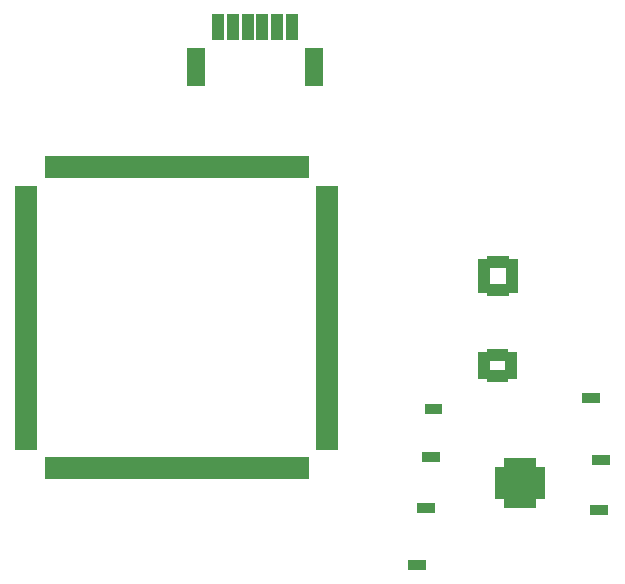
<source format=gtp>
G04*
G04 #@! TF.GenerationSoftware,Altium Limited,Altium Designer,24.0.1 (36)*
G04*
G04 Layer_Color=8421504*
%FSLAX25Y25*%
%MOIN*%
G70*
G04*
G04 #@! TF.SameCoordinates,25D60E08-F93C-496E-8ADE-9084BC3AF729*
G04*
G04*
G04 #@! TF.FilePolarity,Positive*
G04*
G01*
G75*
%ADD15R,0.04362X0.03181*%
%ADD16R,0.03181X0.04362*%
%ADD17R,0.04953X0.02787*%
%ADD18R,0.02787X0.04953*%
%ADD19R,0.08260X0.08890*%
%ADD20R,0.03811X0.03654*%
%ADD21R,0.07709X0.03181*%
%ADD22R,0.03181X0.07709*%
%ADD23R,0.04362X0.08693*%
%ADD24R,0.05937X0.13024*%
D15*
X321578Y134502D02*
D03*
Y132534D02*
D03*
Y130565D02*
D03*
Y128597D02*
D03*
X330633D02*
D03*
Y130565D02*
D03*
Y132534D02*
D03*
Y134502D02*
D03*
X321576Y165424D02*
D03*
Y163455D02*
D03*
Y161487D02*
D03*
Y159518D02*
D03*
Y157550D02*
D03*
X331025D02*
D03*
Y159518D02*
D03*
Y161487D02*
D03*
Y163455D02*
D03*
Y165424D02*
D03*
D16*
X324137Y128006D02*
D03*
X326105D02*
D03*
X328074D02*
D03*
Y135093D02*
D03*
X326105D02*
D03*
X324137D02*
D03*
X324332Y156762D02*
D03*
X326301D02*
D03*
X328269D02*
D03*
Y166211D02*
D03*
X326301D02*
D03*
X324332D02*
D03*
D17*
X327695Y96337D02*
D03*
Y94762D02*
D03*
Y93187D02*
D03*
Y91613D02*
D03*
Y90038D02*
D03*
Y88463D02*
D03*
X339506D02*
D03*
Y90038D02*
D03*
Y91613D02*
D03*
Y93187D02*
D03*
Y94762D02*
D03*
Y96337D02*
D03*
D18*
X329663Y86494D02*
D03*
X331238D02*
D03*
X332813D02*
D03*
X334387D02*
D03*
X335962D02*
D03*
X337537D02*
D03*
Y98305D02*
D03*
X335962D02*
D03*
X334387D02*
D03*
X332813D02*
D03*
X331238D02*
D03*
X329663D02*
D03*
D19*
X333600Y92400D02*
D03*
D20*
X358649Y83428D02*
D03*
X361248D02*
D03*
X302602Y101000D02*
D03*
X305200D02*
D03*
X303501Y116998D02*
D03*
X306099D02*
D03*
X355901Y120800D02*
D03*
X358499D02*
D03*
X298107Y65227D02*
D03*
X300706D02*
D03*
X300902Y84018D02*
D03*
X303501D02*
D03*
X359202Y100100D02*
D03*
X361800D02*
D03*
D21*
X169104Y189833D02*
D03*
Y187865D02*
D03*
Y185896D02*
D03*
Y183928D02*
D03*
Y181959D02*
D03*
Y179991D02*
D03*
Y178022D02*
D03*
Y176054D02*
D03*
Y174085D02*
D03*
Y172116D02*
D03*
Y170148D02*
D03*
Y168180D02*
D03*
Y166211D02*
D03*
Y164242D02*
D03*
Y162274D02*
D03*
Y160306D02*
D03*
Y158337D02*
D03*
Y156369D02*
D03*
Y154400D02*
D03*
Y152431D02*
D03*
Y150463D02*
D03*
Y148495D02*
D03*
Y146526D02*
D03*
Y144557D02*
D03*
Y142589D02*
D03*
Y140621D02*
D03*
Y138652D02*
D03*
Y136683D02*
D03*
Y134715D02*
D03*
Y132747D02*
D03*
Y130778D02*
D03*
Y128809D02*
D03*
Y126841D02*
D03*
Y124872D02*
D03*
Y122904D02*
D03*
Y120935D02*
D03*
Y118967D02*
D03*
Y116998D02*
D03*
Y115030D02*
D03*
Y113061D02*
D03*
Y111093D02*
D03*
Y109124D02*
D03*
Y107156D02*
D03*
Y105187D02*
D03*
X269301D02*
D03*
Y107156D02*
D03*
Y109124D02*
D03*
Y111093D02*
D03*
Y113061D02*
D03*
Y115030D02*
D03*
Y116998D02*
D03*
Y118967D02*
D03*
Y120935D02*
D03*
Y122904D02*
D03*
Y124872D02*
D03*
Y126841D02*
D03*
Y128809D02*
D03*
Y130778D02*
D03*
Y132747D02*
D03*
Y134715D02*
D03*
Y136683D02*
D03*
Y138652D02*
D03*
Y140621D02*
D03*
Y142589D02*
D03*
Y144557D02*
D03*
Y146526D02*
D03*
Y148495D02*
D03*
Y150463D02*
D03*
Y152431D02*
D03*
Y154400D02*
D03*
Y156369D02*
D03*
Y158337D02*
D03*
Y160306D02*
D03*
Y162274D02*
D03*
Y164242D02*
D03*
Y166211D02*
D03*
Y168180D02*
D03*
Y170148D02*
D03*
Y172116D02*
D03*
Y174085D02*
D03*
Y176054D02*
D03*
Y178022D02*
D03*
Y179991D02*
D03*
Y181959D02*
D03*
Y183928D02*
D03*
Y185896D02*
D03*
Y187865D02*
D03*
Y189833D02*
D03*
D22*
X176880Y97412D02*
D03*
X178848D02*
D03*
X180816D02*
D03*
X182785D02*
D03*
X184754D02*
D03*
X186722D02*
D03*
X188691D02*
D03*
X190659D02*
D03*
X192628D02*
D03*
X194596D02*
D03*
X196565D02*
D03*
X198533D02*
D03*
X200502D02*
D03*
X202470D02*
D03*
X204439D02*
D03*
X206407D02*
D03*
X208376D02*
D03*
X210344D02*
D03*
X212313D02*
D03*
X214281D02*
D03*
X216250D02*
D03*
X218218D02*
D03*
X220187D02*
D03*
X222155D02*
D03*
X224124D02*
D03*
X226092D02*
D03*
X228061D02*
D03*
X230029D02*
D03*
X231998D02*
D03*
X233966D02*
D03*
X235935D02*
D03*
X237903D02*
D03*
X239872D02*
D03*
X241840D02*
D03*
X243809D02*
D03*
X245777D02*
D03*
X247746D02*
D03*
X249714D02*
D03*
X251683D02*
D03*
X253651D02*
D03*
X255620D02*
D03*
X257588D02*
D03*
X259557D02*
D03*
X261525D02*
D03*
Y197609D02*
D03*
X259557D02*
D03*
X257588D02*
D03*
X255620D02*
D03*
X253651D02*
D03*
X251683D02*
D03*
X249714D02*
D03*
X247746D02*
D03*
X245777D02*
D03*
X243809D02*
D03*
X241840D02*
D03*
X239872D02*
D03*
X237903D02*
D03*
X235935D02*
D03*
X233966D02*
D03*
X231998D02*
D03*
X230029D02*
D03*
X228061D02*
D03*
X226092D02*
D03*
X224124D02*
D03*
X222155D02*
D03*
X220187D02*
D03*
X218218D02*
D03*
X216250D02*
D03*
X214281D02*
D03*
X212313D02*
D03*
X210344D02*
D03*
X208376D02*
D03*
X206407D02*
D03*
X204439D02*
D03*
X202470D02*
D03*
X200502D02*
D03*
X198533D02*
D03*
X196565D02*
D03*
X194596D02*
D03*
X192628D02*
D03*
X190659D02*
D03*
X188691D02*
D03*
X186722D02*
D03*
X184754D02*
D03*
X182785D02*
D03*
X180816D02*
D03*
X178848D02*
D03*
X176880D02*
D03*
D23*
X257588Y244446D02*
D03*
X252667D02*
D03*
X247746D02*
D03*
X242824D02*
D03*
X237903D02*
D03*
X232982D02*
D03*
D24*
X264872Y231258D02*
D03*
X225698D02*
D03*
M02*

</source>
